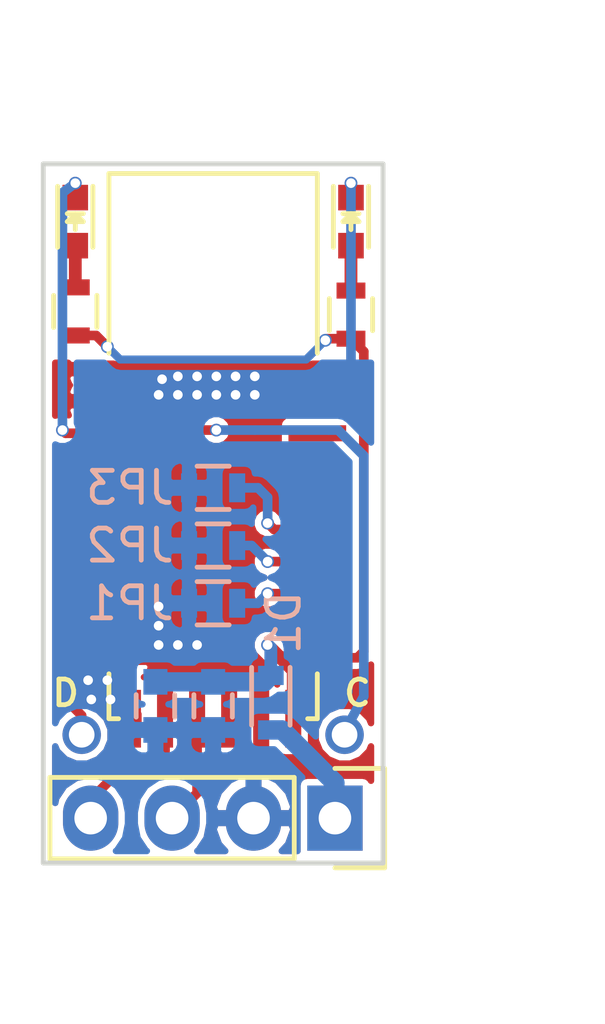
<source format=kicad_pcb>
(kicad_pcb (version 4) (host pcbnew 4.0.4-stable)

  (general
    (links 29)
    (no_connects 0)
    (area 138.125 89.414285 161.35 123.400001)
    (thickness 1.6)
    (drawings 8)
    (tracks 126)
    (zones 0)
    (modules 14)
    (nets 14)
  )

  (page A4)
  (title_block
    (title uart2ble_bridge)
    (date 2016-11-27)
    (rev 1)
    (company idt12312)
  )

  (layers
    (0 F.Cu signal)
    (31 B.Cu signal)
    (32 B.Adhes user)
    (33 F.Adhes user)
    (34 B.Paste user)
    (35 F.Paste user)
    (36 B.SilkS user)
    (37 F.SilkS user)
    (38 B.Mask user)
    (39 F.Mask user)
    (40 Dwgs.User user)
    (41 Cmts.User user)
    (42 Eco1.User user)
    (43 Eco2.User user)
    (44 Edge.Cuts user)
    (45 Margin user)
    (46 B.CrtYd user)
    (47 F.CrtYd user)
    (48 B.Fab user)
    (49 F.Fab user)
  )

  (setup
    (last_trace_width 0.25)
    (user_trace_width 0.2)
    (user_trace_width 0.3)
    (user_trace_width 0.4)
    (user_trace_width 0.6)
    (user_trace_width 0.8)
    (user_trace_width 1)
    (trace_clearance 0.2)
    (zone_clearance 0.2)
    (zone_45_only yes)
    (trace_min 0.2)
    (segment_width 0.2)
    (edge_width 0.15)
    (via_size 0.6)
    (via_drill 0.4)
    (via_min_size 0.4)
    (via_min_drill 0.3)
    (user_via 0.4 0.3)
    (user_via 0.6 0.4)
    (user_via 1 0.6)
    (uvia_size 0.3)
    (uvia_drill 0.1)
    (uvias_allowed no)
    (uvia_min_size 0.2)
    (uvia_min_drill 0.1)
    (pcb_text_width 0.3)
    (pcb_text_size 1.5 1.5)
    (mod_edge_width 0.15)
    (mod_text_size 1 1)
    (mod_text_width 0.15)
    (pad_size 1.524 1.524)
    (pad_drill 0.762)
    (pad_to_mask_clearance 0.2)
    (aux_axis_origin 0 0)
    (visible_elements FFFEFF7F)
    (pcbplotparams
      (layerselection 0x00030_80000001)
      (usegerberextensions false)
      (excludeedgelayer true)
      (linewidth 0.100000)
      (plotframeref false)
      (viasonmask false)
      (mode 1)
      (useauxorigin false)
      (hpglpennumber 1)
      (hpglpenspeed 20)
      (hpglpendiameter 15)
      (hpglpenoverlay 2)
      (psnegative false)
      (psa4output false)
      (plotreference true)
      (plotvalue true)
      (plotinvisibletext false)
      (padsonsilk false)
      (subtractmaskfromsilk false)
      (outputformat 1)
      (mirror false)
      (drillshape 1)
      (scaleselection 1)
      (outputdirectory ""))
  )

  (net 0 "")
  (net 1 +3V3)
  (net 2 GND)
  (net 3 "Net-(D1-Pad2)")
  (net 4 "Net-(D2-Pad2)")
  (net 5 "Net-(D2-Pad1)")
  (net 6 "Net-(D3-Pad2)")
  (net 7 /RX)
  (net 8 /TX)
  (net 9 "Net-(P2-Pad1)")
  (net 10 "Net-(P3-Pad1)")
  (net 11 "Net-(JP1-Pad2)")
  (net 12 "Net-(JP2-Pad2)")
  (net 13 "Net-(JP3-Pad2)")

  (net_class Default "これは標準のネット クラスです。"
    (clearance 0.2)
    (trace_width 0.25)
    (via_dia 0.6)
    (via_drill 0.4)
    (uvia_dia 0.3)
    (uvia_drill 0.1)
    (add_net +3V3)
    (add_net /RX)
    (add_net /TX)
    (add_net GND)
    (add_net "Net-(D1-Pad2)")
    (add_net "Net-(D2-Pad1)")
    (add_net "Net-(D2-Pad2)")
    (add_net "Net-(D3-Pad2)")
    (add_net "Net-(JP1-Pad2)")
    (add_net "Net-(JP2-Pad2)")
    (add_net "Net-(JP3-Pad2)")
    (add_net "Net-(P2-Pad1)")
    (add_net "Net-(P3-Pad1)")
  )

  (module Capacitors_SMD:C_0603 placed (layer B.Cu) (tedit 583A54F8) (tstamp 583A4325)
    (at 145.3 111.5 270)
    (descr "Capacitor SMD 0603, reflow soldering, AVX (see smccp.pdf)")
    (tags "capacitor 0603")
    (path /5839CAAC)
    (attr smd)
    (fp_text reference C1 (at 0 1.9 270) (layer B.SilkS) hide
      (effects (font (size 1 1) (thickness 0.15)) (justify mirror))
    )
    (fp_text value 10u (at 0 -1.9 270) (layer B.Fab)
      (effects (font (size 1 1) (thickness 0.15)) (justify mirror))
    )
    (fp_line (start -0.8 -0.4) (end -0.8 0.4) (layer B.Fab) (width 0.15))
    (fp_line (start 0.8 -0.4) (end -0.8 -0.4) (layer B.Fab) (width 0.15))
    (fp_line (start 0.8 0.4) (end 0.8 -0.4) (layer B.Fab) (width 0.15))
    (fp_line (start -0.8 0.4) (end 0.8 0.4) (layer B.Fab) (width 0.15))
    (fp_line (start -1.45 0.75) (end 1.45 0.75) (layer B.CrtYd) (width 0.05))
    (fp_line (start -1.45 -0.75) (end 1.45 -0.75) (layer B.CrtYd) (width 0.05))
    (fp_line (start -1.45 0.75) (end -1.45 -0.75) (layer B.CrtYd) (width 0.05))
    (fp_line (start 1.45 0.75) (end 1.45 -0.75) (layer B.CrtYd) (width 0.05))
    (fp_line (start -0.35 0.6) (end 0.35 0.6) (layer B.SilkS) (width 0.15))
    (fp_line (start 0.35 -0.6) (end -0.35 -0.6) (layer B.SilkS) (width 0.15))
    (pad 1 smd rect (at -0.75 0 270) (size 0.8 0.75) (layers B.Cu B.Paste B.Mask)
      (net 1 +3V3))
    (pad 2 smd rect (at 0.75 0 270) (size 0.8 0.75) (layers B.Cu B.Paste B.Mask)
      (net 2 GND))
    (model Capacitors_SMD.3dshapes/C_0603.wrl
      (at (xyz 0 0 0))
      (scale (xyz 1 1 1))
      (rotate (xyz 0 0 0))
    )
  )

  (module Capacitors_SMD:C_0603 placed (layer B.Cu) (tedit 583A54FE) (tstamp 583A432B)
    (at 143.5 111.5 270)
    (descr "Capacitor SMD 0603, reflow soldering, AVX (see smccp.pdf)")
    (tags "capacitor 0603")
    (path /5839CB30)
    (attr smd)
    (fp_text reference C2 (at -1.7 1.8 360) (layer B.SilkS) hide
      (effects (font (size 1 1) (thickness 0.15)) (justify mirror))
    )
    (fp_text value 0.1u (at 0 -1.9 270) (layer B.Fab)
      (effects (font (size 1 1) (thickness 0.15)) (justify mirror))
    )
    (fp_line (start -0.8 -0.4) (end -0.8 0.4) (layer B.Fab) (width 0.15))
    (fp_line (start 0.8 -0.4) (end -0.8 -0.4) (layer B.Fab) (width 0.15))
    (fp_line (start 0.8 0.4) (end 0.8 -0.4) (layer B.Fab) (width 0.15))
    (fp_line (start -0.8 0.4) (end 0.8 0.4) (layer B.Fab) (width 0.15))
    (fp_line (start -1.45 0.75) (end 1.45 0.75) (layer B.CrtYd) (width 0.05))
    (fp_line (start -1.45 -0.75) (end 1.45 -0.75) (layer B.CrtYd) (width 0.05))
    (fp_line (start -1.45 0.75) (end -1.45 -0.75) (layer B.CrtYd) (width 0.05))
    (fp_line (start 1.45 0.75) (end 1.45 -0.75) (layer B.CrtYd) (width 0.05))
    (fp_line (start -0.35 0.6) (end 0.35 0.6) (layer B.SilkS) (width 0.15))
    (fp_line (start 0.35 -0.6) (end -0.35 -0.6) (layer B.SilkS) (width 0.15))
    (pad 1 smd rect (at -0.75 0 270) (size 0.8 0.75) (layers B.Cu B.Paste B.Mask)
      (net 1 +3V3))
    (pad 2 smd rect (at 0.75 0 270) (size 0.8 0.75) (layers B.Cu B.Paste B.Mask)
      (net 2 GND))
    (model Capacitors_SMD.3dshapes/C_0603.wrl
      (at (xyz 0 0 0))
      (scale (xyz 1 1 1))
      (rotate (xyz 0 0 0))
    )
  )

  (module Diodes_SMD:D_0603 placed (layer B.Cu) (tedit 583A54BE) (tstamp 583A4331)
    (at 147.1 111.4 270)
    (descr "Diode SMD in 0603 package")
    (tags "smd diode")
    (path /5839C4E6)
    (attr smd)
    (fp_text reference D1 (at -2.5 -0.4 270) (layer B.SilkS)
      (effects (font (size 1 1) (thickness 0.15)) (justify mirror))
    )
    (fp_text value RB520S (at 0 1.5 270) (layer B.Fab)
      (effects (font (size 1 1) (thickness 0.15)) (justify mirror))
    )
    (fp_line (start 1.5 -0.8) (end 1.5 0.8) (layer B.CrtYd) (width 0.05))
    (fp_line (start -1.5 -0.8) (end 1.5 -0.8) (layer B.CrtYd) (width 0.05))
    (fp_line (start -1.5 0.8) (end -1.5 -0.8) (layer B.CrtYd) (width 0.05))
    (fp_line (start 1.5 0.8) (end -1.5 0.8) (layer B.CrtYd) (width 0.05))
    (fp_line (start 0.2 0) (end 0.4 0) (layer B.Fab) (width 0.15))
    (fp_line (start -0.1 0) (end -0.3 0) (layer B.Fab) (width 0.15))
    (fp_line (start -0.1 0.2) (end -0.1 -0.2) (layer B.Fab) (width 0.15))
    (fp_line (start 0.2 -0.2) (end 0.2 0.2) (layer B.Fab) (width 0.15))
    (fp_line (start -0.1 0) (end 0.2 -0.2) (layer B.Fab) (width 0.15))
    (fp_line (start 0.2 0.2) (end -0.1 0) (layer B.Fab) (width 0.15))
    (fp_line (start -0.8 -0.5) (end -0.8 0.5) (layer B.Fab) (width 0.15))
    (fp_line (start 0.8 -0.5) (end -0.8 -0.5) (layer B.Fab) (width 0.15))
    (fp_line (start 0.8 0.5) (end 0.8 -0.5) (layer B.Fab) (width 0.15))
    (fp_line (start -0.8 0.5) (end 0.8 0.5) (layer B.Fab) (width 0.15))
    (fp_line (start -1.1 -0.6) (end 0.7 -0.6) (layer B.SilkS) (width 0.15))
    (fp_line (start -1.1 0.6) (end 0.7 0.6) (layer B.SilkS) (width 0.15))
    (pad 1 smd rect (at -0.85 0 270) (size 0.6 0.8) (layers B.Cu B.Paste B.Mask)
      (net 1 +3V3))
    (pad 2 smd rect (at 0.85 0 270) (size 0.6 0.8) (layers B.Cu B.Paste B.Mask)
      (net 3 "Net-(D1-Pad2)"))
  )

  (module LEDs:LED_0603 placed (layer F.Cu) (tedit 583A541E) (tstamp 583A4337)
    (at 141 96.4 270)
    (descr "LED 0603 smd package")
    (tags "LED led 0603 SMD smd SMT smt smdled SMDLED smtled SMTLED")
    (path /5839C0F6)
    (attr smd)
    (fp_text reference D2 (at 0 -1.5 270) (layer F.SilkS) hide
      (effects (font (size 1 1) (thickness 0.15)))
    )
    (fp_text value RED/OSHR1608 (at 0 1.5 270) (layer F.Fab)
      (effects (font (size 1 1) (thickness 0.15)))
    )
    (fp_line (start -0.3 -0.2) (end -0.3 0.2) (layer F.Fab) (width 0.15))
    (fp_line (start -0.2 0) (end 0.1 -0.2) (layer F.Fab) (width 0.15))
    (fp_line (start 0.1 0.2) (end -0.2 0) (layer F.Fab) (width 0.15))
    (fp_line (start 0.1 -0.2) (end 0.1 0.2) (layer F.Fab) (width 0.15))
    (fp_line (start 0.8 0.4) (end -0.8 0.4) (layer F.Fab) (width 0.15))
    (fp_line (start 0.8 -0.4) (end 0.8 0.4) (layer F.Fab) (width 0.15))
    (fp_line (start -0.8 -0.4) (end 0.8 -0.4) (layer F.Fab) (width 0.15))
    (fp_line (start -0.8 0.4) (end -0.8 -0.4) (layer F.Fab) (width 0.15))
    (fp_line (start -1.1 0.55) (end 0.8 0.55) (layer F.SilkS) (width 0.15))
    (fp_line (start -1.1 -0.55) (end 0.8 -0.55) (layer F.SilkS) (width 0.15))
    (fp_line (start -0.2 0) (end 0.25 0) (layer F.SilkS) (width 0.15))
    (fp_line (start -0.25 -0.25) (end -0.25 0.25) (layer F.SilkS) (width 0.15))
    (fp_line (start -0.25 0) (end 0 -0.25) (layer F.SilkS) (width 0.15))
    (fp_line (start 0 -0.25) (end 0 0.25) (layer F.SilkS) (width 0.15))
    (fp_line (start 0 0.25) (end -0.25 0) (layer F.SilkS) (width 0.15))
    (fp_line (start 1.4 -0.75) (end 1.4 0.75) (layer F.CrtYd) (width 0.05))
    (fp_line (start 1.4 0.75) (end -1.4 0.75) (layer F.CrtYd) (width 0.05))
    (fp_line (start -1.4 0.75) (end -1.4 -0.75) (layer F.CrtYd) (width 0.05))
    (fp_line (start -1.4 -0.75) (end 1.4 -0.75) (layer F.CrtYd) (width 0.05))
    (pad 2 smd rect (at 0.7493 0 90) (size 0.79756 0.79756) (layers F.Cu F.Paste F.Mask)
      (net 4 "Net-(D2-Pad2)"))
    (pad 1 smd rect (at -0.7493 0 90) (size 0.79756 0.79756) (layers F.Cu F.Paste F.Mask)
      (net 5 "Net-(D2-Pad1)"))
    (model LEDs.3dshapes/LED_0603.wrl
      (at (xyz 0 0 0))
      (scale (xyz 1 1 1))
      (rotate (xyz 0 0 180))
    )
  )

  (module LEDs:LED_0603 placed (layer F.Cu) (tedit 583A544A) (tstamp 583A433D)
    (at 149.6 96.4 270)
    (descr "LED 0603 smd package")
    (tags "LED led 0603 SMD smd SMT smt smdled SMDLED smtled SMTLED")
    (path /5839C2DF)
    (attr smd)
    (fp_text reference D3 (at 0 -1.5 270) (layer F.SilkS) hide
      (effects (font (size 1 1) (thickness 0.15)))
    )
    (fp_text value GREEN/OSYG1608 (at 0 1.5 270) (layer F.Fab)
      (effects (font (size 1 1) (thickness 0.15)))
    )
    (fp_line (start -0.3 -0.2) (end -0.3 0.2) (layer F.Fab) (width 0.15))
    (fp_line (start -0.2 0) (end 0.1 -0.2) (layer F.Fab) (width 0.15))
    (fp_line (start 0.1 0.2) (end -0.2 0) (layer F.Fab) (width 0.15))
    (fp_line (start 0.1 -0.2) (end 0.1 0.2) (layer F.Fab) (width 0.15))
    (fp_line (start 0.8 0.4) (end -0.8 0.4) (layer F.Fab) (width 0.15))
    (fp_line (start 0.8 -0.4) (end 0.8 0.4) (layer F.Fab) (width 0.15))
    (fp_line (start -0.8 -0.4) (end 0.8 -0.4) (layer F.Fab) (width 0.15))
    (fp_line (start -0.8 0.4) (end -0.8 -0.4) (layer F.Fab) (width 0.15))
    (fp_line (start -1.1 0.55) (end 0.8 0.55) (layer F.SilkS) (width 0.15))
    (fp_line (start -1.1 -0.55) (end 0.8 -0.55) (layer F.SilkS) (width 0.15))
    (fp_line (start -0.2 0) (end 0.25 0) (layer F.SilkS) (width 0.15))
    (fp_line (start -0.25 -0.25) (end -0.25 0.25) (layer F.SilkS) (width 0.15))
    (fp_line (start -0.25 0) (end 0 -0.25) (layer F.SilkS) (width 0.15))
    (fp_line (start 0 -0.25) (end 0 0.25) (layer F.SilkS) (width 0.15))
    (fp_line (start 0 0.25) (end -0.25 0) (layer F.SilkS) (width 0.15))
    (fp_line (start 1.4 -0.75) (end 1.4 0.75) (layer F.CrtYd) (width 0.05))
    (fp_line (start 1.4 0.75) (end -1.4 0.75) (layer F.CrtYd) (width 0.05))
    (fp_line (start -1.4 0.75) (end -1.4 -0.75) (layer F.CrtYd) (width 0.05))
    (fp_line (start -1.4 -0.75) (end 1.4 -0.75) (layer F.CrtYd) (width 0.05))
    (pad 2 smd rect (at 0.7493 0 90) (size 0.79756 0.79756) (layers F.Cu F.Paste F.Mask)
      (net 6 "Net-(D3-Pad2)"))
    (pad 1 smd rect (at -0.7493 0 90) (size 0.79756 0.79756) (layers F.Cu F.Paste F.Mask)
      (net 2 GND))
    (model LEDs.3dshapes/LED_0603.wrl
      (at (xyz 0 0 0))
      (scale (xyz 1 1 1))
      (rotate (xyz 0 0 180))
    )
  )

  (module Pin_Headers:Pin_Header_Straight_1x04 placed (layer F.Cu) (tedit 583A5474) (tstamp 583A4345)
    (at 149.1 115 270)
    (descr "Through hole pin header")
    (tags "pin header")
    (path /5839B0F5)
    (fp_text reference P1 (at 0 -5.1 270) (layer F.SilkS) hide
      (effects (font (size 1 1) (thickness 0.15)))
    )
    (fp_text value CONN_01X04 (at 0 -3.1 270) (layer F.Fab)
      (effects (font (size 1 1) (thickness 0.15)))
    )
    (fp_line (start -1.75 -1.75) (end -1.75 9.4) (layer F.CrtYd) (width 0.05))
    (fp_line (start 1.75 -1.75) (end 1.75 9.4) (layer F.CrtYd) (width 0.05))
    (fp_line (start -1.75 -1.75) (end 1.75 -1.75) (layer F.CrtYd) (width 0.05))
    (fp_line (start -1.75 9.4) (end 1.75 9.4) (layer F.CrtYd) (width 0.05))
    (fp_line (start -1.27 1.27) (end -1.27 8.89) (layer F.SilkS) (width 0.15))
    (fp_line (start 1.27 1.27) (end 1.27 8.89) (layer F.SilkS) (width 0.15))
    (fp_line (start 1.55 -1.55) (end 1.55 0) (layer F.SilkS) (width 0.15))
    (fp_line (start -1.27 8.89) (end 1.27 8.89) (layer F.SilkS) (width 0.15))
    (fp_line (start 1.27 1.27) (end -1.27 1.27) (layer F.SilkS) (width 0.15))
    (fp_line (start -1.55 0) (end -1.55 -1.55) (layer F.SilkS) (width 0.15))
    (fp_line (start -1.55 -1.55) (end 1.55 -1.55) (layer F.SilkS) (width 0.15))
    (pad 1 thru_hole rect (at 0 0 270) (size 2.032 1.7272) (drill 1.016) (layers *.Cu *.Mask)
      (net 3 "Net-(D1-Pad2)"))
    (pad 2 thru_hole oval (at 0 2.54 270) (size 2.032 1.7272) (drill 1.016) (layers *.Cu *.Mask)
      (net 2 GND))
    (pad 3 thru_hole oval (at 0 5.08 270) (size 2.032 1.7272) (drill 1.016) (layers *.Cu *.Mask)
      (net 7 /RX))
    (pad 4 thru_hole oval (at 0 7.62 270) (size 2.032 1.7272) (drill 1.016) (layers *.Cu *.Mask)
      (net 8 /TX))
    (model Pin_Headers.3dshapes/Pin_Header_Straight_1x04.wrl
      (at (xyz 0 -0.15 0))
      (scale (xyz 1 1 1))
      (rotate (xyz 0 0 90))
    )
  )

  (module Resistors_SMD:R_0603 placed (layer F.Cu) (tedit 583A5426) (tstamp 583A435F)
    (at 141 99.2 90)
    (descr "Resistor SMD 0603, reflow soldering, Vishay (see dcrcw.pdf)")
    (tags "resistor 0603")
    (path /5839C051)
    (attr smd)
    (fp_text reference R1 (at 0 -1.9 90) (layer F.SilkS) hide
      (effects (font (size 1 1) (thickness 0.15)))
    )
    (fp_text value 330 (at 0 1.9 90) (layer F.Fab)
      (effects (font (size 1 1) (thickness 0.15)))
    )
    (fp_line (start -0.8 0.4) (end -0.8 -0.4) (layer F.Fab) (width 0.1))
    (fp_line (start 0.8 0.4) (end -0.8 0.4) (layer F.Fab) (width 0.1))
    (fp_line (start 0.8 -0.4) (end 0.8 0.4) (layer F.Fab) (width 0.1))
    (fp_line (start -0.8 -0.4) (end 0.8 -0.4) (layer F.Fab) (width 0.1))
    (fp_line (start -1.3 -0.8) (end 1.3 -0.8) (layer F.CrtYd) (width 0.05))
    (fp_line (start -1.3 0.8) (end 1.3 0.8) (layer F.CrtYd) (width 0.05))
    (fp_line (start -1.3 -0.8) (end -1.3 0.8) (layer F.CrtYd) (width 0.05))
    (fp_line (start 1.3 -0.8) (end 1.3 0.8) (layer F.CrtYd) (width 0.05))
    (fp_line (start 0.5 0.675) (end -0.5 0.675) (layer F.SilkS) (width 0.15))
    (fp_line (start -0.5 -0.675) (end 0.5 -0.675) (layer F.SilkS) (width 0.15))
    (pad 1 smd rect (at -0.75 0 90) (size 0.5 0.9) (layers F.Cu F.Paste F.Mask)
      (net 1 +3V3))
    (pad 2 smd rect (at 0.75 0 90) (size 0.5 0.9) (layers F.Cu F.Paste F.Mask)
      (net 4 "Net-(D2-Pad2)"))
    (model Resistors_SMD.3dshapes/R_0603.wrl
      (at (xyz 0 0 0))
      (scale (xyz 1 1 1))
      (rotate (xyz 0 0 0))
    )
  )

  (module Resistors_SMD:R_0603 placed (layer F.Cu) (tedit 583A543E) (tstamp 583A4365)
    (at 149.6 99.3 90)
    (descr "Resistor SMD 0603, reflow soldering, Vishay (see dcrcw.pdf)")
    (tags "resistor 0603")
    (path /5839C2D9)
    (attr smd)
    (fp_text reference R2 (at 0 -1.9 90) (layer F.SilkS) hide
      (effects (font (size 1 1) (thickness 0.15)))
    )
    (fp_text value 220 (at 0 1.9 90) (layer F.Fab)
      (effects (font (size 1 1) (thickness 0.15)))
    )
    (fp_line (start -0.8 0.4) (end -0.8 -0.4) (layer F.Fab) (width 0.1))
    (fp_line (start 0.8 0.4) (end -0.8 0.4) (layer F.Fab) (width 0.1))
    (fp_line (start 0.8 -0.4) (end 0.8 0.4) (layer F.Fab) (width 0.1))
    (fp_line (start -0.8 -0.4) (end 0.8 -0.4) (layer F.Fab) (width 0.1))
    (fp_line (start -1.3 -0.8) (end 1.3 -0.8) (layer F.CrtYd) (width 0.05))
    (fp_line (start -1.3 0.8) (end 1.3 0.8) (layer F.CrtYd) (width 0.05))
    (fp_line (start -1.3 -0.8) (end -1.3 0.8) (layer F.CrtYd) (width 0.05))
    (fp_line (start 1.3 -0.8) (end 1.3 0.8) (layer F.CrtYd) (width 0.05))
    (fp_line (start 0.5 0.675) (end -0.5 0.675) (layer F.SilkS) (width 0.15))
    (fp_line (start -0.5 -0.675) (end 0.5 -0.675) (layer F.SilkS) (width 0.15))
    (pad 1 smd rect (at -0.75 0 90) (size 0.5 0.9) (layers F.Cu F.Paste F.Mask)
      (net 1 +3V3))
    (pad 2 smd rect (at 0.75 0 90) (size 0.5 0.9) (layers F.Cu F.Paste F.Mask)
      (net 6 "Net-(D3-Pad2)"))
    (model Resistors_SMD.3dshapes/R_0603.wrl
      (at (xyz 0 0 0))
      (scale (xyz 1 1 1))
      (rotate (xyz 0 0 0))
    )
  )

  (module Resistors_SMD:R_0603 placed (layer B.Cu) (tedit 583A5497) (tstamp 583A436B)
    (at 145.3 106.5)
    (descr "Resistor SMD 0603, reflow soldering, Vishay (see dcrcw.pdf)")
    (tags "resistor 0603")
    (path /583A4CE1)
    (attr smd)
    (fp_text reference JP2 (at -2.6 0) (layer B.SilkS)
      (effects (font (size 1 1) (thickness 0.15)) (justify mirror))
    )
    (fp_text value 0 (at 0 -1.9) (layer B.Fab)
      (effects (font (size 1 1) (thickness 0.15)) (justify mirror))
    )
    (fp_line (start -0.8 -0.4) (end -0.8 0.4) (layer B.Fab) (width 0.1))
    (fp_line (start 0.8 -0.4) (end -0.8 -0.4) (layer B.Fab) (width 0.1))
    (fp_line (start 0.8 0.4) (end 0.8 -0.4) (layer B.Fab) (width 0.1))
    (fp_line (start -0.8 0.4) (end 0.8 0.4) (layer B.Fab) (width 0.1))
    (fp_line (start -1.3 0.8) (end 1.3 0.8) (layer B.CrtYd) (width 0.05))
    (fp_line (start -1.3 -0.8) (end 1.3 -0.8) (layer B.CrtYd) (width 0.05))
    (fp_line (start -1.3 0.8) (end -1.3 -0.8) (layer B.CrtYd) (width 0.05))
    (fp_line (start 1.3 0.8) (end 1.3 -0.8) (layer B.CrtYd) (width 0.05))
    (fp_line (start 0.5 -0.675) (end -0.5 -0.675) (layer B.SilkS) (width 0.15))
    (fp_line (start -0.5 0.675) (end 0.5 0.675) (layer B.SilkS) (width 0.15))
    (pad 1 smd rect (at -0.75 0) (size 0.5 0.9) (layers B.Cu B.Paste B.Mask)
      (net 2 GND))
    (pad 2 smd rect (at 0.75 0) (size 0.5 0.9) (layers B.Cu B.Paste B.Mask)
      (net 12 "Net-(JP2-Pad2)"))
    (model Resistors_SMD.3dshapes/R_0603.wrl
      (at (xyz 0 0 0))
      (scale (xyz 1 1 1))
      (rotate (xyz 0 0 0))
    )
  )

  (module Resistors_SMD:R_0603 placed (layer B.Cu) (tedit 583A5491) (tstamp 583A4371)
    (at 145.3 104.7)
    (descr "Resistor SMD 0603, reflow soldering, Vishay (see dcrcw.pdf)")
    (tags "resistor 0603")
    (path /583A4D31)
    (attr smd)
    (fp_text reference JP3 (at -2.6 0) (layer B.SilkS)
      (effects (font (size 1 1) (thickness 0.15)) (justify mirror))
    )
    (fp_text value 0 (at 0 -1.9) (layer B.Fab)
      (effects (font (size 1 1) (thickness 0.15)) (justify mirror))
    )
    (fp_line (start -0.8 -0.4) (end -0.8 0.4) (layer B.Fab) (width 0.1))
    (fp_line (start 0.8 -0.4) (end -0.8 -0.4) (layer B.Fab) (width 0.1))
    (fp_line (start 0.8 0.4) (end 0.8 -0.4) (layer B.Fab) (width 0.1))
    (fp_line (start -0.8 0.4) (end 0.8 0.4) (layer B.Fab) (width 0.1))
    (fp_line (start -1.3 0.8) (end 1.3 0.8) (layer B.CrtYd) (width 0.05))
    (fp_line (start -1.3 -0.8) (end 1.3 -0.8) (layer B.CrtYd) (width 0.05))
    (fp_line (start -1.3 0.8) (end -1.3 -0.8) (layer B.CrtYd) (width 0.05))
    (fp_line (start 1.3 0.8) (end 1.3 -0.8) (layer B.CrtYd) (width 0.05))
    (fp_line (start 0.5 -0.675) (end -0.5 -0.675) (layer B.SilkS) (width 0.15))
    (fp_line (start -0.5 0.675) (end 0.5 0.675) (layer B.SilkS) (width 0.15))
    (pad 1 smd rect (at -0.75 0) (size 0.5 0.9) (layers B.Cu B.Paste B.Mask)
      (net 2 GND))
    (pad 2 smd rect (at 0.75 0) (size 0.5 0.9) (layers B.Cu B.Paste B.Mask)
      (net 13 "Net-(JP3-Pad2)"))
    (model Resistors_SMD.3dshapes/R_0603.wrl
      (at (xyz 0 0 0))
      (scale (xyz 1 1 1))
      (rotate (xyz 0 0 0))
    )
  )

  (module Resistors_SMD:R_0603 placed (layer B.Cu) (tedit 583A54A0) (tstamp 583A4377)
    (at 145.3 108.3)
    (descr "Resistor SMD 0603, reflow soldering, Vishay (see dcrcw.pdf)")
    (tags "resistor 0603")
    (path /583A4D7B)
    (attr smd)
    (fp_text reference JP1 (at -2.6 0) (layer B.SilkS)
      (effects (font (size 1 1) (thickness 0.15)) (justify mirror))
    )
    (fp_text value 0 (at 0 -1.9) (layer B.Fab)
      (effects (font (size 1 1) (thickness 0.15)) (justify mirror))
    )
    (fp_line (start -0.8 -0.4) (end -0.8 0.4) (layer B.Fab) (width 0.1))
    (fp_line (start 0.8 -0.4) (end -0.8 -0.4) (layer B.Fab) (width 0.1))
    (fp_line (start 0.8 0.4) (end 0.8 -0.4) (layer B.Fab) (width 0.1))
    (fp_line (start -0.8 0.4) (end 0.8 0.4) (layer B.Fab) (width 0.1))
    (fp_line (start -1.3 0.8) (end 1.3 0.8) (layer B.CrtYd) (width 0.05))
    (fp_line (start -1.3 -0.8) (end 1.3 -0.8) (layer B.CrtYd) (width 0.05))
    (fp_line (start -1.3 0.8) (end -1.3 -0.8) (layer B.CrtYd) (width 0.05))
    (fp_line (start 1.3 0.8) (end 1.3 -0.8) (layer B.CrtYd) (width 0.05))
    (fp_line (start 0.5 -0.675) (end -0.5 -0.675) (layer B.SilkS) (width 0.15))
    (fp_line (start -0.5 0.675) (end 0.5 0.675) (layer B.SilkS) (width 0.15))
    (pad 1 smd rect (at -0.75 0) (size 0.5 0.9) (layers B.Cu B.Paste B.Mask)
      (net 2 GND))
    (pad 2 smd rect (at 0.75 0) (size 0.5 0.9) (layers B.Cu B.Paste B.Mask)
      (net 11 "Net-(JP1-Pad2)"))
    (model Resistors_SMD.3dshapes/R_0603.wrl
      (at (xyz 0 0 0))
      (scale (xyz 1 1 1))
      (rotate (xyz 0 0 0))
    )
  )

  (module uart2ble_bridge:BVMCN5103-BK placed (layer F.Cu) (tedit 583A5430) (tstamp 583A4395)
    (at 145.3 110)
    (path /5839B0C8)
    (fp_text reference U1 (at -4.5 -12.25 90) (layer F.SilkS) hide
      (effects (font (size 1 1) (thickness 0.15)))
    )
    (fp_text value BVMCN5103-BK (at 0 -6.25 90) (layer F.Fab)
      (effects (font (size 1 1) (thickness 0.15)))
    )
    (fp_line (start 3.25 -15.1) (end -3.25 -15.1) (layer F.SilkS) (width 0.15))
    (fp_line (start 3.25 -9.5) (end 3.25 -15.1) (layer F.SilkS) (width 0.15))
    (fp_line (start -3.25 -9.5) (end -3.25 -15.1) (layer F.SilkS) (width 0.15))
    (fp_line (start 3.25 1.9) (end 2.95 1.9) (layer F.SilkS) (width 0.15))
    (fp_line (start -3.25 1.9) (end -2.95 1.9) (layer F.SilkS) (width 0.15))
    (fp_line (start 3.25 0.5) (end 3.25 1.9) (layer F.SilkS) (width 0.15))
    (fp_line (start -3.25 0.5) (end -3.25 1.9) (layer F.SilkS) (width 0.15))
    (pad 17 smd rect (at 3.25 0) (size 1.8 0.5) (layers F.Cu F.Paste F.Mask)
      (net 1 +3V3))
    (pad 18 smd rect (at 3.25 -1) (size 1.8 0.5) (layers F.Cu F.Paste F.Mask))
    (pad 19 smd rect (at 3.25 -2) (size 1.8 0.5) (layers F.Cu F.Paste F.Mask)
      (net 11 "Net-(JP1-Pad2)"))
    (pad 20 smd rect (at 3.25 -3) (size 1.8 0.5) (layers F.Cu F.Paste F.Mask)
      (net 12 "Net-(JP2-Pad2)"))
    (pad 21 smd rect (at 3.25 -4) (size 1.8 0.5) (layers F.Cu F.Paste F.Mask)
      (net 13 "Net-(JP3-Pad2)"))
    (pad 22 smd rect (at 3.25 -5) (size 1.8 0.5) (layers F.Cu F.Paste F.Mask))
    (pad 23 smd rect (at 3.25 -6) (size 1.8 0.5) (layers F.Cu F.Paste F.Mask))
    (pad 24 smd rect (at 3.25 -7) (size 1.8 0.5) (layers F.Cu F.Paste F.Mask))
    (pad 25 smd rect (at 3.25 -8) (size 1.8 0.5) (layers F.Cu F.Paste F.Mask))
    (pad 26 smd rect (at 3.25 -9) (size 1.8 0.5) (layers F.Cu F.Paste F.Mask)
      (net 2 GND))
    (pad 1 smd rect (at -3.25 -9) (size 1.8 0.5) (layers F.Cu F.Paste F.Mask)
      (net 2 GND))
    (pad 2 smd rect (at -3.25 -8) (size 1.8 0.5) (layers F.Cu F.Paste F.Mask)
      (net 2 GND))
    (pad 3 smd rect (at -3.25 -7) (size 1.8 0.5) (layers F.Cu F.Paste F.Mask)
      (net 5 "Net-(D2-Pad1)"))
    (pad 4 smd rect (at -3.25 -6) (size 1.8 0.5) (layers F.Cu F.Paste F.Mask)
      (net 9 "Net-(P2-Pad1)"))
    (pad 5 smd rect (at -3.25 -5) (size 1.8 0.5) (layers F.Cu F.Paste F.Mask)
      (net 10 "Net-(P3-Pad1)"))
    (pad 6 smd rect (at -3.25 -4) (size 1.8 0.5) (layers F.Cu F.Paste F.Mask))
    (pad 7 smd rect (at -3.25 -3) (size 1.8 0.5) (layers F.Cu F.Paste F.Mask))
    (pad 8 smd rect (at -3.25 -2) (size 1.8 0.5) (layers F.Cu F.Paste F.Mask))
    (pad 9 smd rect (at -3.25 -1) (size 1.8 0.5) (layers F.Cu F.Paste F.Mask)
      (net 2 GND))
    (pad 10 smd rect (at -3.25 0) (size 1.8 0.5) (layers F.Cu F.Paste F.Mask)
      (net 2 GND))
    (pad 11 smd rect (at -2.5 1.9 90) (size 1.8 0.5) (layers F.Cu F.Paste F.Mask)
      (net 2 GND))
    (pad 12 smd rect (at -1.5 1.9 90) (size 1.8 0.5) (layers F.Cu F.Paste F.Mask)
      (net 8 /TX))
    (pad 13 smd rect (at -0.5 1.9 90) (size 1.8 0.5) (layers F.Cu F.Paste F.Mask)
      (net 7 /RX))
    (pad 14 smd rect (at 0.5 1.9 90) (size 1.8 0.5) (layers F.Cu F.Paste F.Mask))
    (pad 15 smd rect (at 1.5 1.9 90) (size 1.8 0.5) (layers F.Cu F.Paste F.Mask))
    (pad 16 smd rect (at 2.5 1.9 90) (size 1.8 0.5) (layers F.Cu F.Paste F.Mask)
      (net 1 +3V3))
  )

  (module uart2ble_bridge:test_th_pad (layer F.Cu) (tedit 583A546B) (tstamp 583A4B8D)
    (at 149.4 112.4)
    (path /5839B1B7)
    (fp_text reference P2 (at 0 0.5) (layer F.SilkS) hide
      (effects (font (size 1 1) (thickness 0.15)))
    )
    (fp_text value SWDCLK (at 0 -0.5) (layer F.Fab)
      (effects (font (size 1 1) (thickness 0.15)))
    )
    (pad 1 thru_hole circle (at 0 0) (size 1.2 1.2) (drill 0.8) (layers *.Cu *.Mask)
      (net 9 "Net-(P2-Pad1)"))
  )

  (module uart2ble_bridge:test_th_pad (layer F.Cu) (tedit 583A5462) (tstamp 583A4B91)
    (at 141.2 112.4)
    (path /5839B169)
    (fp_text reference P3 (at 0 0.5) (layer F.SilkS) hide
      (effects (font (size 1 1) (thickness 0.15)))
    )
    (fp_text value SDWIO (at 0 -0.5) (layer F.Fab)
      (effects (font (size 1 1) (thickness 0.15)))
    )
    (pad 1 thru_hole circle (at 0 0) (size 1.2 1.2) (drill 0.8) (layers *.Cu *.Mask)
      (net 10 "Net-(P3-Pad1)"))
  )

  (gr_text C (at 149.8 111.1) (layer F.SilkS)
    (effects (font (size 0.8 0.8) (thickness 0.15)))
  )
  (gr_text D (at 140.7 111.1) (layer F.SilkS)
    (effects (font (size 0.8 0.8) (thickness 0.15)))
  )
  (dimension 21.8 (width 0.3) (layer Eco2.User)
    (gr_text "21.800 mm" (at 154.85 105.5 270) (layer Eco2.User)
      (effects (font (size 1.5 1.5) (thickness 0.3)))
    )
    (feature1 (pts (xy 150.6 116.4) (xy 156.2 116.4)))
    (feature2 (pts (xy 150.6 94.6) (xy 156.2 94.6)))
    (crossbar (pts (xy 153.5 94.6) (xy 153.5 116.4)))
    (arrow1a (pts (xy 153.5 116.4) (xy 152.913579 115.273496)))
    (arrow1b (pts (xy 153.5 116.4) (xy 154.086421 115.273496)))
    (arrow2a (pts (xy 153.5 94.6) (xy 152.913579 95.726504)))
    (arrow2b (pts (xy 153.5 94.6) (xy 154.086421 95.726504)))
  )
  (dimension 10.6 (width 0.3) (layer Eco2.User)
    (gr_text "10.600 mm" (at 145.2 118.7) (layer Eco2.User) (tstamp 583A5BFC)
      (effects (font (size 1.5 1.5) (thickness 0.3)))
    )
    (feature1 (pts (xy 150.6 116.4) (xy 150.6 123.4)))
    (feature2 (pts (xy 140 116.4) (xy 140 123.4)))
    (crossbar (pts (xy 140 120.7) (xy 150.6 120.7)))
    (arrow1a (pts (xy 150.6 120.7) (xy 149.473496 121.286421)))
    (arrow1b (pts (xy 150.6 120.7) (xy 149.473496 120.113579)))
    (arrow2a (pts (xy 140 120.7) (xy 141.126504 121.286421)))
    (arrow2b (pts (xy 140 120.7) (xy 141.126504 120.113579)))
  )
  (gr_line (start 140 94.6) (end 150.6 94.6) (angle 90) (layer Edge.Cuts) (width 0.15))
  (gr_line (start 140 116.4) (end 140 94.6) (angle 90) (layer Edge.Cuts) (width 0.15))
  (gr_line (start 150.6 116.4) (end 150.6 94.6) (angle 90) (layer Edge.Cuts) (width 0.15))
  (gr_line (start 140 116.4) (end 150.6 116.4) (angle 90) (layer Edge.Cuts) (width 0.15))

  (segment (start 142 100.3) (end 142.4 100.7) (width 0.25) (layer B.Cu) (net 1))
  (segment (start 142.4 100.7) (end 148.2 100.7) (width 0.25) (layer B.Cu) (net 1))
  (segment (start 148.2 100.7) (end 148.8 100.1) (width 0.25) (layer B.Cu) (net 1))
  (segment (start 141 99.95) (end 141.65 99.95) (width 0.3) (layer F.Cu) (net 1))
  (segment (start 148.85 100.05) (end 149.6 100.05) (width 0.3) (layer F.Cu) (net 1) (tstamp 583A5BC2))
  (segment (start 148.8 100.1) (end 148.85 100.05) (width 0.3) (layer F.Cu) (net 1) (tstamp 583A5BC1))
  (via (at 148.8 100.1) (size 0.4) (drill 0.3) (layers F.Cu B.Cu) (net 1))
  (via (at 142 100.3) (size 0.4) (drill 0.3) (layers F.Cu B.Cu) (net 1))
  (segment (start 141.65 99.95) (end 142 100.3) (width 0.3) (layer F.Cu) (net 1) (tstamp 583A5BAC))
  (segment (start 148.55 110) (end 149.8 110) (width 0.3) (layer F.Cu) (net 1) (status 10))
  (segment (start 150 100.45) (end 149.6 100.05) (width 0.3) (layer F.Cu) (net 1) (tstamp 583A4F9D))
  (segment (start 150 109.8) (end 150 100.45) (width 0.3) (layer F.Cu) (net 1) (tstamp 583A4F96))
  (segment (start 149.8 110) (end 150 109.8) (width 0.3) (layer F.Cu) (net 1) (tstamp 583A4F8F))
  (segment (start 148.55 110) (end 147.4 110) (width 0.4) (layer F.Cu) (net 1) (status 10))
  (segment (start 147.4 110) (end 147 109.6) (width 0.4) (layer F.Cu) (net 1) (tstamp 583A4E60))
  (segment (start 147.8 111.9) (end 147.8 110.4) (width 0.4) (layer F.Cu) (net 1) (status 10))
  (segment (start 147.1 109.7) (end 147.1 110.55) (width 0.4) (layer B.Cu) (net 1) (tstamp 583A4E4F))
  (segment (start 147 109.6) (end 147.1 109.7) (width 0.4) (layer B.Cu) (net 1) (tstamp 583A4E4E))
  (via (at 147 109.6) (size 0.4) (drill 0.3) (layers F.Cu B.Cu) (net 1))
  (segment (start 147.8 110.4) (end 147 109.6) (width 0.4) (layer F.Cu) (net 1) (tstamp 583A4E41))
  (segment (start 145.3 110.75) (end 146.9 110.75) (width 0.6) (layer B.Cu) (net 1))
  (segment (start 146.9 110.75) (end 147.1 110.55) (width 0.6) (layer B.Cu) (net 1) (tstamp 583A4E24))
  (segment (start 143.5 110.75) (end 145.3 110.75) (width 0.6) (layer B.Cu) (net 1))
  (segment (start 146.882842 101.22501) (end 146.6 101.22501) (width 0.3) (layer B.Cu) (net 2))
  (segment (start 149.6 100.8) (end 149.17499 101.22501) (width 0.3) (layer B.Cu) (net 2))
  (segment (start 146 101.22501) (end 146.6 101.22501) (width 0.3) (layer B.Cu) (net 2))
  (segment (start 143.707398 101.313908) (end 144.111102 101.313908) (width 0.3) (layer B.Cu) (net 2))
  (segment (start 144.111102 101.313908) (end 144.2 101.22501) (width 0.3) (layer B.Cu) (net 2))
  (via (at 146.6 101.22501) (size 0.4) (drill 0.3) (layers F.Cu B.Cu) (net 2))
  (via (at 146 101.22501) (size 0.4) (drill 0.3) (layers F.Cu B.Cu) (net 2))
  (segment (start 149.17499 101.22501) (end 146.882842 101.22501) (width 0.3) (layer B.Cu) (net 2))
  (via (at 145.4 101.22501) (size 0.4) (drill 0.3) (layers F.Cu B.Cu) (net 2))
  (via (at 144.8 101.22501) (size 0.4) (drill 0.3) (layers F.Cu B.Cu) (net 2))
  (segment (start 149.6 95.2) (end 149.6 100.8) (width 0.3) (layer B.Cu) (net 2))
  (segment (start 144.8 101.22501) (end 145.4 101.22501) (width 0.3) (layer B.Cu) (net 2))
  (via (at 144.2 101.22501) (size 0.4) (drill 0.3) (layers F.Cu B.Cu) (net 2))
  (segment (start 144.2 101.22501) (end 144.8 101.22501) (width 0.3) (layer F.Cu) (net 2))
  (segment (start 146.6 101.8) (end 146.6 101.22501) (width 0.3) (layer F.Cu) (net 2))
  (segment (start 145.4 101.22501) (end 146 101.22501) (width 0.3) (layer F.Cu) (net 2))
  (segment (start 143.39349 101) (end 143.507399 101.113909) (width 0.3) (layer F.Cu) (net 2))
  (segment (start 143.507399 101.113909) (end 143.707398 101.313908) (width 0.3) (layer F.Cu) (net 2))
  (segment (start 142.05 101) (end 143.39349 101) (width 0.3) (layer F.Cu) (net 2))
  (via (at 143.707398 101.313908) (size 0.4) (drill 0.3) (layers F.Cu B.Cu) (net 2))
  (segment (start 149.6 95.6507) (end 149.6 95.2) (width 0.3) (layer F.Cu) (net 2))
  (via (at 149.6 95.2) (size 0.4) (drill 0.3) (layers F.Cu B.Cu) (net 2))
  (segment (start 141.5 111.3) (end 142.1 111.3) (width 0.3) (layer B.Cu) (net 2))
  (via (at 142.1 111.3) (size 0.4) (drill 0.3) (layers F.Cu B.Cu) (net 2))
  (segment (start 142.1 110.8) (end 142.1 111.3) (width 0.3) (layer F.Cu) (net 2) (tstamp 583A5071))
  (segment (start 142 110.7) (end 142.1 110.8) (width 0.3) (layer F.Cu) (net 2) (tstamp 583A5070))
  (via (at 142 110.7) (size 0.4) (drill 0.3) (layers F.Cu B.Cu) (net 2))
  (segment (start 141.4 110.7) (end 142 110.7) (width 0.3) (layer B.Cu) (net 2) (tstamp 583A506D))
  (via (at 141.4 110.7) (size 0.4) (drill 0.3) (layers F.Cu B.Cu) (net 2))
  (segment (start 141.4 110.7) (end 142.05 110.05) (width 0.3) (layer F.Cu) (net 2) (tstamp 583A506A) (status 10))
  (via (at 141.5 111.3) (size 0.4) (drill 0.3) (layers F.Cu B.Cu) (net 2))
  (segment (start 149.6 95.6507) (end 149.6 95.5) (width 0.3) (layer F.Cu) (net 2))
  (via (at 143.6 101.8) (size 0.4) (drill 0.3) (layers F.Cu B.Cu) (net 2))
  (via (at 146.6 101.8) (size 0.4) (drill 0.3) (layers F.Cu B.Cu) (net 2))
  (segment (start 146.6 101.8) (end 146 101.8) (width 0.3) (layer B.Cu) (net 2) (tstamp 583A50B7))
  (via (at 146 101.8) (size 0.4) (drill 0.3) (layers F.Cu B.Cu) (net 2))
  (segment (start 146 101.8) (end 145.4 101.8) (width 0.3) (layer F.Cu) (net 2) (tstamp 583A50BA))
  (via (at 145.4 101.8) (size 0.4) (drill 0.3) (layers F.Cu B.Cu) (net 2))
  (segment (start 145.4 101.8) (end 144.8 101.8) (width 0.3) (layer B.Cu) (net 2) (tstamp 583A50BD))
  (via (at 144.8 101.8) (size 0.4) (drill 0.3) (layers F.Cu B.Cu) (net 2))
  (segment (start 144.8 101.8) (end 144.2 101.8) (width 0.3) (layer F.Cu) (net 2) (tstamp 583A50C0))
  (via (at 144.2 101.8) (size 0.4) (drill 0.3) (layers F.Cu B.Cu) (net 2))
  (segment (start 144.2 101.8) (end 143.6 101.8) (width 0.3) (layer B.Cu) (net 2) (tstamp 583A50C3))
  (segment (start 142.8 111.9) (end 142.8 112.1) (width 0.3) (layer F.Cu) (net 2) (status 30))
  (segment (start 142.05 110) (end 142.05 110.05) (width 0.3) (layer F.Cu) (net 2) (status 30))
  (segment (start 142.05 109) (end 143 109) (width 0.3) (layer F.Cu) (net 2) (status 10))
  (via (at 144.8 109.6) (size 0.4) (drill 0.3) (layers F.Cu B.Cu) (net 2))
  (segment (start 144.2 109.6) (end 144.8 109.6) (width 0.3) (layer F.Cu) (net 2) (tstamp 583A5061))
  (via (at 144.2 109.6) (size 0.4) (drill 0.3) (layers F.Cu B.Cu) (net 2))
  (segment (start 143.6 109.6) (end 144.2 109.6) (width 0.3) (layer B.Cu) (net 2) (tstamp 583A505E))
  (via (at 143.6 109.6) (size 0.4) (drill 0.3) (layers F.Cu B.Cu) (net 2))
  (segment (start 143.6 109) (end 143.6 109.6) (width 0.3) (layer F.Cu) (net 2) (tstamp 583A505B))
  (via (at 143.6 109) (size 0.4) (drill 0.3) (layers F.Cu B.Cu) (net 2))
  (segment (start 143.6 108.4) (end 143.6 109) (width 0.3) (layer B.Cu) (net 2) (tstamp 583A5058))
  (via (at 143.6 108.4) (size 0.4) (drill 0.3) (layers F.Cu B.Cu) (net 2))
  (segment (start 143 109) (end 143.6 108.4) (width 0.3) (layer F.Cu) (net 2) (tstamp 583A5050))
  (segment (start 147.1 112.25) (end 147.45 112.25) (width 0.6) (layer B.Cu) (net 3))
  (segment (start 147.45 112.25) (end 149.1 113.9) (width 0.6) (layer B.Cu) (net 3) (tstamp 583A4DDE))
  (segment (start 149.1 113.9) (end 149.1 115) (width 0.6) (layer B.Cu) (net 3) (tstamp 583A4DE4))
  (segment (start 141 97.1493) (end 141 98.45) (width 0.4) (layer F.Cu) (net 4))
  (segment (start 142.05 103) (end 140.7 103) (width 0.3) (layer F.Cu) (net 5) (status 10))
  (segment (start 141 95.2) (end 141 95.6507) (width 0.3) (layer F.Cu) (net 5) (tstamp 583A4F7C))
  (via (at 141 95.2) (size 0.4) (drill 0.3) (layers F.Cu B.Cu) (net 5))
  (segment (start 140.6 95.5) (end 141 95.2) (width 0.3) (layer B.Cu) (net 5) (tstamp 583A4F66))
  (segment (start 140.6 102.9) (end 140.6 95.5) (width 0.3) (layer B.Cu) (net 5) (tstamp 583A4F65))
  (via (at 140.6 102.9) (size 0.4) (drill 0.3) (layers F.Cu B.Cu) (net 5))
  (segment (start 140.7 103) (end 140.6 102.9) (width 0.3) (layer F.Cu) (net 5) (tstamp 583A4F5D))
  (segment (start 149.6 97.1493) (end 149.6 98.55) (width 0.4) (layer F.Cu) (net 6))
  (segment (start 144.8 111.9) (end 144.8 114.22) (width 0.3) (layer F.Cu) (net 7) (status 10))
  (segment (start 144.8 114.22) (end 144.02 115) (width 0.3) (layer F.Cu) (net 7) (tstamp 583A4DBB))
  (segment (start 143.8 111.9) (end 143.8 112.9) (width 0.3) (layer F.Cu) (net 8) (status 10))
  (segment (start 142.4 113.5) (end 141.48 114.42) (width 0.3) (layer F.Cu) (net 8) (tstamp 583A4DB1))
  (segment (start 143.2 113.5) (end 142.4 113.5) (width 0.3) (layer F.Cu) (net 8) (tstamp 583A4DAF))
  (segment (start 143.8 112.9) (end 143.2 113.5) (width 0.3) (layer F.Cu) (net 8) (tstamp 583A4DAA))
  (segment (start 141.48 114.42) (end 141.48 115) (width 0.3) (layer F.Cu) (net 8) (tstamp 583A4DB4))
  (segment (start 146.6 102.9) (end 145.4 102.9) (width 0.3) (layer B.Cu) (net 9))
  (segment (start 143 104) (end 144.1 102.9) (width 0.3) (layer F.Cu) (net 9) (tstamp 583A5336))
  (segment (start 142.05 104) (end 143 104) (width 0.3) (layer F.Cu) (net 9) (status 10))
  (segment (start 150 103.7) (end 150 111.2) (width 0.3) (layer B.Cu) (net 9) (tstamp 583A535C))
  (segment (start 149.2 102.9) (end 150 103.7) (width 0.3) (layer B.Cu) (net 9) (tstamp 583A5359))
  (segment (start 148.9 102.9) (end 149.2 102.9) (width 0.3) (layer B.Cu) (net 9) (tstamp 583A5351))
  (segment (start 146.6 102.9) (end 148.9 102.9) (width 0.3) (layer B.Cu) (net 9) (tstamp 583A5350))
  (segment (start 150 111.2) (end 149.4 112.3) (width 0.3) (layer B.Cu) (net 9) (tstamp 583A5360) (status 20))
  (segment (start 145.4 102.9) (end 144.1 102.9) (width 0.3) (layer F.Cu) (net 9) (tstamp 583A53DB))
  (via (at 145.4 102.9) (size 0.4) (drill 0.3) (layers F.Cu B.Cu) (net 9))
  (segment (start 140.6 111.2) (end 141.2 111.8) (width 0.3) (layer F.Cu) (net 10) (tstamp 583A4FDE))
  (segment (start 140.6 105.3) (end 140.6 111.2) (width 0.3) (layer F.Cu) (net 10) (tstamp 583A4FD7))
  (segment (start 140.9 105) (end 140.6 105.3) (width 0.3) (layer F.Cu) (net 10) (tstamp 583A4FD4))
  (segment (start 142.05 105) (end 140.9 105) (width 0.3) (layer F.Cu) (net 10) (status 10))
  (segment (start 146.05 108.3) (end 146.7 108.3) (width 0.3) (layer B.Cu) (net 11))
  (segment (start 147 108) (end 148.55 108) (width 0.3) (layer F.Cu) (net 11) (tstamp 583A4D96) (status 20))
  (via (at 147 108) (size 0.4) (drill 0.3) (layers F.Cu B.Cu) (net 11))
  (segment (start 146.7 108.3) (end 147 108) (width 0.3) (layer B.Cu) (net 11) (tstamp 583A4D91))
  (segment (start 146.05 106.5) (end 146.5 106.5) (width 0.3) (layer B.Cu) (net 12))
  (segment (start 147 107) (end 148.55 107) (width 0.3) (layer F.Cu) (net 12) (tstamp 583A4D87) (status 20))
  (via (at 147 107) (size 0.4) (drill 0.3) (layers F.Cu B.Cu) (net 12))
  (segment (start 146.5 106.5) (end 147 107) (width 0.3) (layer B.Cu) (net 12) (tstamp 583A4D82))
  (segment (start 148.55 106) (end 147.2 106) (width 0.3) (layer F.Cu) (net 13) (status 10))
  (segment (start 146.7 104.7) (end 146.05 104.7) (width 0.3) (layer B.Cu) (net 13) (tstamp 583A4D7F))
  (segment (start 147 105) (end 146.7 104.7) (width 0.3) (layer B.Cu) (net 13) (tstamp 583A4D7E))
  (segment (start 147 105.8) (end 147 105) (width 0.3) (layer B.Cu) (net 13) (tstamp 583A4D7D))
  (via (at 147 105.8) (size 0.4) (drill 0.3) (layers F.Cu B.Cu) (net 13))
  (segment (start 147.2 106) (end 147 105.8) (width 0.3) (layer F.Cu) (net 13) (tstamp 583A4D75))

  (zone (net 2) (net_name GND) (layer B.Cu) (tstamp 583A4E77) (hatch edge 0.508)
    (connect_pads (clearance 0.2))
    (min_thickness 0.2)
    (fill yes (arc_segments 16) (thermal_gap 0.3) (thermal_bridge_width 0.5))
    (polygon
      (pts
        (xy 150.6 116.4) (xy 140 116.4) (xy 140 94.6) (xy 150.6 94.6)
      )
    )
    (filled_polygon
      (pts
        (xy 142.099479 101.00052) (xy 142.191608 101.062078) (xy 142.23736 101.092649) (xy 142.4 101.125) (xy 148.2 101.125)
        (xy 148.335657 101.098016) (xy 148.362641 101.092649) (xy 148.50052 101.00052) (xy 148.70104 100.8) (xy 150.225 100.8)
        (xy 150.225 103.288604) (xy 149.518198 102.581802) (xy 149.372208 102.484254) (xy 149.2 102.45) (xy 145.620098 102.45)
        (xy 145.499893 102.400087) (xy 145.30098 102.399913) (xy 145.117143 102.475873) (xy 144.976367 102.616403) (xy 144.900087 102.800107)
        (xy 144.899913 102.99902) (xy 144.975873 103.182857) (xy 145.116403 103.323633) (xy 145.300107 103.399913) (xy 145.49902 103.400087)
        (xy 145.62024 103.35) (xy 149.013604 103.35) (xy 149.55 103.886396) (xy 149.55 111.085253) (xy 149.323811 111.499933)
        (xy 149.221764 111.499844) (xy 148.890857 111.636572) (xy 148.637462 111.889525) (xy 148.500157 112.220194) (xy 148.499955 112.451427)
        (xy 147.874264 111.825736) (xy 147.67961 111.695672) (xy 147.650787 111.689939) (xy 147.619003 111.668222) (xy 147.5 111.644123)
        (xy 146.7 111.644123) (xy 146.588827 111.665042) (xy 146.486721 111.730745) (xy 146.418222 111.830997) (xy 146.394123 111.95)
        (xy 146.394123 112.55) (xy 146.415042 112.661173) (xy 146.480745 112.763279) (xy 146.580997 112.831778) (xy 146.7 112.855877)
        (xy 147.207349 112.855877) (xy 148.079767 113.728295) (xy 148.023121 113.764745) (xy 147.954622 113.864997) (xy 147.930523 113.984)
        (xy 147.930523 116.016) (xy 147.932216 116.025) (xy 147.441389 116.025) (xy 147.638772 115.810657) (xy 147.808559 115.347722)
        (xy 147.723742 115.15) (xy 146.71 115.15) (xy 146.71 115.17) (xy 146.41 115.17) (xy 146.41 115.15)
        (xy 145.396258 115.15) (xy 145.311441 115.347722) (xy 145.481228 115.810657) (xy 145.678611 116.025) (xy 144.806827 116.025)
        (xy 144.842789 116.000971) (xy 145.095026 115.623472) (xy 145.1836 115.178182) (xy 145.1836 114.821818) (xy 145.149877 114.652278)
        (xy 145.311441 114.652278) (xy 145.396258 114.85) (xy 146.41 114.85) (xy 146.41 113.693709) (xy 146.71 113.693709)
        (xy 146.71 114.85) (xy 147.723742 114.85) (xy 147.808559 114.652278) (xy 147.638772 114.189343) (xy 147.304751 113.826622)
        (xy 146.904426 113.631847) (xy 146.71 113.693709) (xy 146.41 113.693709) (xy 146.215574 113.631847) (xy 145.815249 113.826622)
        (xy 145.481228 114.189343) (xy 145.311441 114.652278) (xy 145.149877 114.652278) (xy 145.095026 114.376528) (xy 144.842789 113.999029)
        (xy 144.46529 113.746792) (xy 144.02 113.658218) (xy 143.57471 113.746792) (xy 143.197211 113.999029) (xy 142.944974 114.376528)
        (xy 142.8564 114.821818) (xy 142.8564 115.178182) (xy 142.944974 115.623472) (xy 143.197211 116.000971) (xy 143.233173 116.025)
        (xy 142.266827 116.025) (xy 142.302789 116.000971) (xy 142.555026 115.623472) (xy 142.6436 115.178182) (xy 142.6436 114.821818)
        (xy 142.555026 114.376528) (xy 142.302789 113.999029) (xy 141.92529 113.746792) (xy 141.48 113.658218) (xy 141.03471 113.746792)
        (xy 140.657211 113.999029) (xy 140.404974 114.376528) (xy 140.375 114.527217) (xy 140.375 112.760127) (xy 140.436572 112.909143)
        (xy 140.689525 113.162538) (xy 141.020194 113.299843) (xy 141.378236 113.300156) (xy 141.709143 113.163428) (xy 141.962538 112.910475)
        (xy 142.099843 112.579806) (xy 142.099912 112.5) (xy 142.725 112.5) (xy 142.725 112.729565) (xy 142.785896 112.876582)
        (xy 142.898418 112.989104) (xy 143.045435 113.05) (xy 143.25 113.05) (xy 143.35 112.95) (xy 143.35 112.4)
        (xy 143.65 112.4) (xy 143.65 112.95) (xy 143.75 113.05) (xy 143.954565 113.05) (xy 144.101582 112.989104)
        (xy 144.214104 112.876582) (xy 144.275 112.729565) (xy 144.275 112.5) (xy 144.525 112.5) (xy 144.525 112.729565)
        (xy 144.585896 112.876582) (xy 144.698418 112.989104) (xy 144.845435 113.05) (xy 145.05 113.05) (xy 145.15 112.95)
        (xy 145.15 112.4) (xy 145.45 112.4) (xy 145.45 112.95) (xy 145.55 113.05) (xy 145.754565 113.05)
        (xy 145.901582 112.989104) (xy 146.014104 112.876582) (xy 146.075 112.729565) (xy 146.075 112.5) (xy 145.975 112.4)
        (xy 145.45 112.4) (xy 145.15 112.4) (xy 144.625 112.4) (xy 144.525 112.5) (xy 144.275 112.5)
        (xy 144.175 112.4) (xy 143.65 112.4) (xy 143.35 112.4) (xy 142.825 112.4) (xy 142.725 112.5)
        (xy 142.099912 112.5) (xy 142.100156 112.221764) (xy 141.963428 111.890857) (xy 141.843217 111.770435) (xy 142.725 111.770435)
        (xy 142.725 112) (xy 142.825 112.1) (xy 143.35 112.1) (xy 143.35 112.08) (xy 143.65 112.08)
        (xy 143.65 112.1) (xy 144.175 112.1) (xy 144.275 112) (xy 144.275 111.770435) (xy 144.214104 111.623418)
        (xy 144.101582 111.510896) (xy 143.954565 111.45) (xy 143.906233 111.45) (xy 143.986173 111.434958) (xy 144.088279 111.369255)
        (xy 144.101435 111.35) (xy 144.6972 111.35) (xy 144.705745 111.363279) (xy 144.805997 111.431778) (xy 144.895979 111.45)
        (xy 144.845435 111.45) (xy 144.698418 111.510896) (xy 144.585896 111.623418) (xy 144.525 111.770435) (xy 144.525 112)
        (xy 144.625 112.1) (xy 145.15 112.1) (xy 145.15 112.08) (xy 145.45 112.08) (xy 145.45 112.1)
        (xy 145.975 112.1) (xy 146.075 112) (xy 146.075 111.770435) (xy 146.014104 111.623418) (xy 145.901582 111.510896)
        (xy 145.754565 111.45) (xy 145.706233 111.45) (xy 145.786173 111.434958) (xy 145.888279 111.369255) (xy 145.901435 111.35)
        (xy 146.9 111.35) (xy 147.12961 111.304328) (xy 147.324264 111.174264) (xy 147.342651 111.155877) (xy 147.5 111.155877)
        (xy 147.611173 111.134958) (xy 147.713279 111.069255) (xy 147.781778 110.969003) (xy 147.805877 110.85) (xy 147.805877 110.25)
        (xy 147.784958 110.138827) (xy 147.719255 110.036721) (xy 147.619003 109.968222) (xy 147.6 109.964374) (xy 147.6 109.7)
        (xy 147.56194 109.508658) (xy 147.556226 109.500107) (xy 147.453553 109.346446) (xy 147.354428 109.247322) (xy 147.283597 109.176367)
        (xy 147.099893 109.100087) (xy 146.90098 109.099913) (xy 146.717143 109.175873) (xy 146.576367 109.316403) (xy 146.500087 109.500107)
        (xy 146.499913 109.69902) (xy 146.575873 109.882857) (xy 146.6 109.907026) (xy 146.6 109.96294) (xy 146.588827 109.965042)
        (xy 146.486721 110.030745) (xy 146.418222 110.130997) (xy 146.414374 110.15) (xy 145.9028 110.15) (xy 145.894255 110.136721)
        (xy 145.794003 110.068222) (xy 145.675 110.044123) (xy 144.925 110.044123) (xy 144.813827 110.065042) (xy 144.711721 110.130745)
        (xy 144.698565 110.15) (xy 144.1028 110.15) (xy 144.094255 110.136721) (xy 143.994003 110.068222) (xy 143.875 110.044123)
        (xy 143.125 110.044123) (xy 143.013827 110.065042) (xy 142.911721 110.130745) (xy 142.843222 110.230997) (xy 142.819123 110.35)
        (xy 142.819123 111.15) (xy 142.840042 111.261173) (xy 142.905745 111.363279) (xy 143.005997 111.431778) (xy 143.095979 111.45)
        (xy 143.045435 111.45) (xy 142.898418 111.510896) (xy 142.785896 111.623418) (xy 142.725 111.770435) (xy 141.843217 111.770435)
        (xy 141.710475 111.637462) (xy 141.379806 111.500157) (xy 141.021764 111.499844) (xy 140.690857 111.636572) (xy 140.437462 111.889525)
        (xy 140.375 112.039951) (xy 140.375 108.55) (xy 143.9 108.55) (xy 143.9 108.829565) (xy 143.960896 108.976582)
        (xy 144.073418 109.089104) (xy 144.220435 109.15) (xy 144.325 109.15) (xy 144.425 109.05) (xy 144.425 108.45)
        (xy 144.675 108.45) (xy 144.675 109.05) (xy 144.775 109.15) (xy 144.879565 109.15) (xy 145.026582 109.089104)
        (xy 145.139104 108.976582) (xy 145.2 108.829565) (xy 145.2 108.55) (xy 145.1 108.45) (xy 144.675 108.45)
        (xy 144.425 108.45) (xy 144 108.45) (xy 143.9 108.55) (xy 140.375 108.55) (xy 140.375 107.770435)
        (xy 143.9 107.770435) (xy 143.9 108.05) (xy 144 108.15) (xy 144.425 108.15) (xy 144.425 107.55)
        (xy 144.675 107.55) (xy 144.675 108.15) (xy 145.1 108.15) (xy 145.2 108.05) (xy 145.2 107.770435)
        (xy 145.139104 107.623418) (xy 145.026582 107.510896) (xy 144.879565 107.45) (xy 144.775 107.45) (xy 144.675 107.55)
        (xy 144.425 107.55) (xy 144.325 107.45) (xy 144.220435 107.45) (xy 144.073418 107.510896) (xy 143.960896 107.623418)
        (xy 143.9 107.770435) (xy 140.375 107.770435) (xy 140.375 106.75) (xy 143.9 106.75) (xy 143.9 107.029565)
        (xy 143.960896 107.176582) (xy 144.073418 107.289104) (xy 144.220435 107.35) (xy 144.325 107.35) (xy 144.425 107.25)
        (xy 144.425 106.65) (xy 144.675 106.65) (xy 144.675 107.25) (xy 144.775 107.35) (xy 144.879565 107.35)
        (xy 145.026582 107.289104) (xy 145.139104 107.176582) (xy 145.2 107.029565) (xy 145.2 106.75) (xy 145.1 106.65)
        (xy 144.675 106.65) (xy 144.425 106.65) (xy 144 106.65) (xy 143.9 106.75) (xy 140.375 106.75)
        (xy 140.375 105.970435) (xy 143.9 105.970435) (xy 143.9 106.25) (xy 144 106.35) (xy 144.425 106.35)
        (xy 144.425 105.75) (xy 144.675 105.75) (xy 144.675 106.35) (xy 145.1 106.35) (xy 145.2 106.25)
        (xy 145.2 105.970435) (xy 145.139104 105.823418) (xy 145.026582 105.710896) (xy 144.879565 105.65) (xy 144.775 105.65)
        (xy 144.675 105.75) (xy 144.425 105.75) (xy 144.325 105.65) (xy 144.220435 105.65) (xy 144.073418 105.710896)
        (xy 143.960896 105.823418) (xy 143.9 105.970435) (xy 140.375 105.970435) (xy 140.375 104.95) (xy 143.9 104.95)
        (xy 143.9 105.229565) (xy 143.960896 105.376582) (xy 144.073418 105.489104) (xy 144.220435 105.55) (xy 144.325 105.55)
        (xy 144.425 105.45) (xy 144.425 104.85) (xy 144.675 104.85) (xy 144.675 105.45) (xy 144.775 105.55)
        (xy 144.879565 105.55) (xy 145.026582 105.489104) (xy 145.139104 105.376582) (xy 145.2 105.229565) (xy 145.2 104.95)
        (xy 145.1 104.85) (xy 144.675 104.85) (xy 144.425 104.85) (xy 144 104.85) (xy 143.9 104.95)
        (xy 140.375 104.95) (xy 140.375 104.170435) (xy 143.9 104.170435) (xy 143.9 104.45) (xy 144 104.55)
        (xy 144.425 104.55) (xy 144.425 103.95) (xy 144.675 103.95) (xy 144.675 104.55) (xy 145.1 104.55)
        (xy 145.2 104.45) (xy 145.2 104.25) (xy 145.494123 104.25) (xy 145.494123 105.15) (xy 145.515042 105.261173)
        (xy 145.580745 105.363279) (xy 145.680997 105.431778) (xy 145.8 105.455877) (xy 146.3 105.455877) (xy 146.411173 105.434958)
        (xy 146.513279 105.369255) (xy 146.55 105.315512) (xy 146.55 105.579902) (xy 146.500087 105.700107) (xy 146.499979 105.82355)
        (xy 146.419003 105.768222) (xy 146.3 105.744123) (xy 145.8 105.744123) (xy 145.688827 105.765042) (xy 145.586721 105.830745)
        (xy 145.518222 105.930997) (xy 145.494123 106.05) (xy 145.494123 106.95) (xy 145.515042 107.061173) (xy 145.580745 107.163279)
        (xy 145.680997 107.231778) (xy 145.8 107.255877) (xy 146.3 107.255877) (xy 146.411173 107.234958) (xy 146.513279 107.169255)
        (xy 146.521227 107.157623) (xy 146.526169 107.162565) (xy 146.575873 107.282857) (xy 146.716403 107.423633) (xy 146.900107 107.499913)
        (xy 146.900978 107.499914) (xy 146.717143 107.575873) (xy 146.576367 107.716403) (xy 146.574077 107.721918) (xy 146.519255 107.636721)
        (xy 146.419003 107.568222) (xy 146.3 107.544123) (xy 145.8 107.544123) (xy 145.688827 107.565042) (xy 145.586721 107.630745)
        (xy 145.518222 107.730997) (xy 145.494123 107.85) (xy 145.494123 108.75) (xy 145.515042 108.861173) (xy 145.580745 108.963279)
        (xy 145.680997 109.031778) (xy 145.8 109.055877) (xy 146.3 109.055877) (xy 146.411173 109.034958) (xy 146.513279 108.969255)
        (xy 146.581778 108.869003) (xy 146.605877 108.75) (xy 146.7 108.75) (xy 146.872208 108.715746) (xy 147.018198 108.618198)
        (xy 147.162565 108.473831) (xy 147.282857 108.424127) (xy 147.423633 108.283597) (xy 147.499913 108.099893) (xy 147.500087 107.90098)
        (xy 147.424127 107.717143) (xy 147.283597 107.576367) (xy 147.099893 107.500087) (xy 147.099022 107.500086) (xy 147.282857 107.424127)
        (xy 147.423633 107.283597) (xy 147.499913 107.099893) (xy 147.500087 106.90098) (xy 147.424127 106.717143) (xy 147.283597 106.576367)
        (xy 147.162465 106.526069) (xy 146.936341 106.299945) (xy 147.09902 106.300087) (xy 147.282857 106.224127) (xy 147.423633 106.083597)
        (xy 147.499913 105.899893) (xy 147.500087 105.70098) (xy 147.45 105.57976) (xy 147.45 105) (xy 147.415746 104.827792)
        (xy 147.318198 104.681802) (xy 147.018198 104.381802) (xy 146.872208 104.284254) (xy 146.7 104.25) (xy 146.605877 104.25)
        (xy 146.584958 104.138827) (xy 146.519255 104.036721) (xy 146.419003 103.968222) (xy 146.3 103.944123) (xy 145.8 103.944123)
        (xy 145.688827 103.965042) (xy 145.586721 104.030745) (xy 145.518222 104.130997) (xy 145.494123 104.25) (xy 145.2 104.25)
        (xy 145.2 104.170435) (xy 145.139104 104.023418) (xy 145.026582 103.910896) (xy 144.879565 103.85) (xy 144.775 103.85)
        (xy 144.675 103.95) (xy 144.425 103.95) (xy 144.325 103.85) (xy 144.220435 103.85) (xy 144.073418 103.910896)
        (xy 143.960896 104.023418) (xy 143.9 104.170435) (xy 140.375 104.170435) (xy 140.375 103.347964) (xy 140.500107 103.399913)
        (xy 140.69902 103.400087) (xy 140.882857 103.324127) (xy 141.023633 103.183597) (xy 141.099913 102.999893) (xy 141.100087 102.80098)
        (xy 141.05 102.67976) (xy 141.05 100.8) (xy 141.89896 100.8)
      )
    )
  )
  (zone (net 2) (net_name GND) (layer F.Cu) (tstamp 583A4EAB) (hatch edge 0.508)
    (connect_pads (clearance 0.2))
    (min_thickness 0.2)
    (fill yes (arc_segments 16) (thermal_gap 0.3) (thermal_bridge_width 0.5))
    (polygon
      (pts
        (xy 150.6 116.4) (xy 140 116.4) (xy 140 94.6) (xy 150.6 94.6)
      )
    )
    (filled_polygon
      (pts
        (xy 150.225 112.039873) (xy 150.163428 111.890857) (xy 149.910475 111.637462) (xy 149.579806 111.500157) (xy 149.221764 111.499844)
        (xy 148.890857 111.636572) (xy 148.637462 111.889525) (xy 148.500157 112.220194) (xy 148.499844 112.578236) (xy 148.636572 112.909143)
        (xy 148.889525 113.162538) (xy 149.220194 113.299843) (xy 149.578236 113.300156) (xy 149.909143 113.163428) (xy 150.162538 112.910475)
        (xy 150.225 112.760049) (xy 150.225 113.836217) (xy 150.182855 113.770721) (xy 150.082603 113.702222) (xy 149.9636 113.678123)
        (xy 148.2364 113.678123) (xy 148.125227 113.699042) (xy 148.023121 113.764745) (xy 147.954622 113.864997) (xy 147.930523 113.984)
        (xy 147.930523 116.016) (xy 147.932216 116.025) (xy 147.441389 116.025) (xy 147.638772 115.810657) (xy 147.808559 115.347722)
        (xy 147.723742 115.15) (xy 146.71 115.15) (xy 146.71 115.17) (xy 146.41 115.17) (xy 146.41 115.15)
        (xy 145.396258 115.15) (xy 145.311441 115.347722) (xy 145.481228 115.810657) (xy 145.678611 116.025) (xy 144.806827 116.025)
        (xy 144.842789 116.000971) (xy 145.095026 115.623472) (xy 145.1836 115.178182) (xy 145.1836 114.821818) (xy 145.149877 114.652278)
        (xy 145.311441 114.652278) (xy 145.396258 114.85) (xy 146.41 114.85) (xy 146.41 113.693709) (xy 146.71 113.693709)
        (xy 146.71 114.85) (xy 147.723742 114.85) (xy 147.808559 114.652278) (xy 147.638772 114.189343) (xy 147.304751 113.826622)
        (xy 146.904426 113.631847) (xy 146.71 113.693709) (xy 146.41 113.693709) (xy 146.215574 113.631847) (xy 145.815249 113.826622)
        (xy 145.481228 114.189343) (xy 145.311441 114.652278) (xy 145.149877 114.652278) (xy 145.125123 114.527834) (xy 145.215747 114.392207)
        (xy 145.25 114.22) (xy 145.25 113.0278) (xy 145.263279 113.019255) (xy 145.300004 112.965506) (xy 145.330745 113.013279)
        (xy 145.430997 113.081778) (xy 145.55 113.105877) (xy 146.05 113.105877) (xy 146.161173 113.084958) (xy 146.263279 113.019255)
        (xy 146.300004 112.965506) (xy 146.330745 113.013279) (xy 146.430997 113.081778) (xy 146.55 113.105877) (xy 147.05 113.105877)
        (xy 147.161173 113.084958) (xy 147.263279 113.019255) (xy 147.300004 112.965506) (xy 147.330745 113.013279) (xy 147.430997 113.081778)
        (xy 147.55 113.105877) (xy 148.05 113.105877) (xy 148.161173 113.084958) (xy 148.263279 113.019255) (xy 148.331778 112.919003)
        (xy 148.355877 112.8) (xy 148.355877 111) (xy 148.334958 110.888827) (xy 148.3 110.8345) (xy 148.3 110.555877)
        (xy 149.45 110.555877) (xy 149.561173 110.534958) (xy 149.663279 110.469255) (xy 149.676435 110.45) (xy 149.8 110.45)
        (xy 149.972208 110.415746) (xy 150.118198 110.318198) (xy 150.225 110.211396)
      )
    )
    (filled_polygon
      (pts
        (xy 140.85 100.875) (xy 141.9 100.875) (xy 141.9 100.83) (xy 142.2 100.83) (xy 142.2 100.875)
        (xy 143.25 100.875) (xy 143.325 100.8) (xy 147.275 100.8) (xy 147.35 100.875) (xy 148.4 100.875)
        (xy 148.4 100.83) (xy 148.7 100.83) (xy 148.7 100.875) (xy 148.72 100.875) (xy 148.72 101.125)
        (xy 148.7 101.125) (xy 148.7 101.17) (xy 148.4 101.17) (xy 148.4 101.125) (xy 147.35 101.125)
        (xy 147.25 101.225) (xy 147.25 101.329565) (xy 147.310896 101.476582) (xy 147.407632 101.573318) (xy 147.368222 101.630997)
        (xy 147.344123 101.75) (xy 147.344123 102.25) (xy 147.365042 102.361173) (xy 147.430745 102.463279) (xy 147.484494 102.500004)
        (xy 147.436721 102.530745) (xy 147.368222 102.630997) (xy 147.344123 102.75) (xy 147.344123 103.25) (xy 147.365042 103.361173)
        (xy 147.430745 103.463279) (xy 147.484494 103.500004) (xy 147.436721 103.530745) (xy 147.368222 103.630997) (xy 147.344123 103.75)
        (xy 147.344123 104.25) (xy 147.365042 104.361173) (xy 147.430745 104.463279) (xy 147.484494 104.500004) (xy 147.436721 104.530745)
        (xy 147.368222 104.630997) (xy 147.344123 104.75) (xy 147.344123 105.25) (xy 147.365042 105.361173) (xy 147.430745 105.463279)
        (xy 147.484494 105.500004) (xy 147.436721 105.530745) (xy 147.432375 105.537105) (xy 147.424127 105.517143) (xy 147.283597 105.376367)
        (xy 147.099893 105.300087) (xy 146.90098 105.299913) (xy 146.717143 105.375873) (xy 146.576367 105.516403) (xy 146.500087 105.700107)
        (xy 146.499913 105.89902) (xy 146.575873 106.082857) (xy 146.716403 106.223633) (xy 146.837535 106.273931) (xy 146.881802 106.318198)
        (xy 147.027792 106.415746) (xy 147.2 106.45) (xy 147.4222 106.45) (xy 147.430745 106.463279) (xy 147.484494 106.500004)
        (xy 147.436721 106.530745) (xy 147.423565 106.55) (xy 147.220098 106.55) (xy 147.099893 106.500087) (xy 146.90098 106.499913)
        (xy 146.717143 106.575873) (xy 146.576367 106.716403) (xy 146.500087 106.900107) (xy 146.499913 107.09902) (xy 146.575873 107.282857)
        (xy 146.716403 107.423633) (xy 146.900107 107.499913) (xy 146.900978 107.499914) (xy 146.717143 107.575873) (xy 146.576367 107.716403)
        (xy 146.500087 107.900107) (xy 146.499913 108.09902) (xy 146.575873 108.282857) (xy 146.716403 108.423633) (xy 146.900107 108.499913)
        (xy 147.09902 108.500087) (xy 147.22024 108.45) (xy 147.4222 108.45) (xy 147.430745 108.463279) (xy 147.484494 108.500004)
        (xy 147.436721 108.530745) (xy 147.368222 108.630997) (xy 147.344123 108.75) (xy 147.344123 109.236999) (xy 147.283597 109.176367)
        (xy 147.099893 109.100087) (xy 146.90098 109.099913) (xy 146.717143 109.175873) (xy 146.576367 109.316403) (xy 146.500087 109.500107)
        (xy 146.499913 109.69902) (xy 146.575873 109.882857) (xy 146.716403 110.023633) (xy 146.716615 110.023721) (xy 147.046446 110.353553)
        (xy 147.046449 110.353555) (xy 147.3 110.607106) (xy 147.3 110.834488) (xy 147.299996 110.834494) (xy 147.269255 110.786721)
        (xy 147.169003 110.718222) (xy 147.05 110.694123) (xy 146.55 110.694123) (xy 146.438827 110.715042) (xy 146.336721 110.780745)
        (xy 146.299996 110.834494) (xy 146.269255 110.786721) (xy 146.169003 110.718222) (xy 146.05 110.694123) (xy 145.55 110.694123)
        (xy 145.438827 110.715042) (xy 145.336721 110.780745) (xy 145.299996 110.834494) (xy 145.269255 110.786721) (xy 145.169003 110.718222)
        (xy 145.05 110.694123) (xy 144.55 110.694123) (xy 144.438827 110.715042) (xy 144.336721 110.780745) (xy 144.299996 110.834494)
        (xy 144.269255 110.786721) (xy 144.169003 110.718222) (xy 144.05 110.694123) (xy 143.55 110.694123) (xy 143.438827 110.715042)
        (xy 143.373052 110.757366) (xy 143.276582 110.660896) (xy 143.139921 110.604289) (xy 143.176582 110.589104) (xy 143.289104 110.476582)
        (xy 143.35 110.329565) (xy 143.35 110.225) (xy 143.25 110.125) (xy 142.2 110.125) (xy 142.2 110.55)
        (xy 142.3 110.65) (xy 142.349723 110.65) (xy 142.323418 110.660896) (xy 142.210896 110.773418) (xy 142.15 110.920435)
        (xy 142.15 111.65) (xy 142.25 111.75) (xy 142.675 111.75) (xy 142.675 111.73) (xy 142.925 111.73)
        (xy 142.925 111.75) (xy 142.97 111.75) (xy 142.97 112.05) (xy 142.925 112.05) (xy 142.925 112.07)
        (xy 142.675 112.07) (xy 142.675 112.05) (xy 142.25 112.05) (xy 142.15 112.15) (xy 142.15 112.879565)
        (xy 142.210896 113.026582) (xy 142.261803 113.077489) (xy 142.227792 113.084254) (xy 142.081802 113.181802) (xy 141.584583 113.679021)
        (xy 141.48 113.658218) (xy 141.03471 113.746792) (xy 140.657211 113.999029) (xy 140.404974 114.376528) (xy 140.375 114.527217)
        (xy 140.375 112.760127) (xy 140.436572 112.909143) (xy 140.689525 113.162538) (xy 141.020194 113.299843) (xy 141.378236 113.300156)
        (xy 141.709143 113.163428) (xy 141.962538 112.910475) (xy 142.099843 112.579806) (xy 142.100156 112.221764) (xy 141.963428 111.890857)
        (xy 141.710475 111.637462) (xy 141.588313 111.586736) (xy 141.518198 111.481802) (xy 141.05 111.013604) (xy 141.05 110.641536)
        (xy 141.070435 110.65) (xy 141.8 110.65) (xy 141.9 110.55) (xy 141.9 110.125) (xy 141.88 110.125)
        (xy 141.88 109.875) (xy 141.9 109.875) (xy 141.9 109.125) (xy 142.2 109.125) (xy 142.2 109.875)
        (xy 143.25 109.875) (xy 143.35 109.775) (xy 143.35 109.670435) (xy 143.289104 109.523418) (xy 143.265686 109.5)
        (xy 143.289104 109.476582) (xy 143.35 109.329565) (xy 143.35 109.225) (xy 143.25 109.125) (xy 142.2 109.125)
        (xy 141.9 109.125) (xy 141.88 109.125) (xy 141.88 108.875) (xy 141.9 108.875) (xy 141.9 108.83)
        (xy 142.2 108.83) (xy 142.2 108.875) (xy 143.25 108.875) (xy 143.35 108.775) (xy 143.35 108.670435)
        (xy 143.289104 108.523418) (xy 143.192368 108.426682) (xy 143.231778 108.369003) (xy 143.255877 108.25) (xy 143.255877 107.75)
        (xy 143.234958 107.638827) (xy 143.169255 107.536721) (xy 143.115506 107.499996) (xy 143.163279 107.469255) (xy 143.231778 107.369003)
        (xy 143.255877 107.25) (xy 143.255877 106.75) (xy 143.234958 106.638827) (xy 143.169255 106.536721) (xy 143.115506 106.499996)
        (xy 143.163279 106.469255) (xy 143.231778 106.369003) (xy 143.255877 106.25) (xy 143.255877 105.75) (xy 143.234958 105.638827)
        (xy 143.169255 105.536721) (xy 143.115506 105.499996) (xy 143.163279 105.469255) (xy 143.231778 105.369003) (xy 143.255877 105.25)
        (xy 143.255877 104.75) (xy 143.234958 104.638827) (xy 143.169255 104.536721) (xy 143.115506 104.499996) (xy 143.163279 104.469255)
        (xy 143.223053 104.381772) (xy 143.318198 104.318198) (xy 144.286396 103.35) (xy 145.179902 103.35) (xy 145.300107 103.399913)
        (xy 145.49902 103.400087) (xy 145.682857 103.324127) (xy 145.823633 103.183597) (xy 145.899913 102.999893) (xy 145.900087 102.80098)
        (xy 145.824127 102.617143) (xy 145.683597 102.476367) (xy 145.499893 102.400087) (xy 145.30098 102.399913) (xy 145.17976 102.45)
        (xy 144.1 102.45) (xy 143.927792 102.484254) (xy 143.781802 102.581802) (xy 143.255877 103.107727) (xy 143.255877 102.75)
        (xy 143.234958 102.638827) (xy 143.192634 102.573052) (xy 143.289104 102.476582) (xy 143.35 102.329565) (xy 143.35 102.225)
        (xy 143.25 102.125) (xy 142.2 102.125) (xy 142.2 102.17) (xy 141.9 102.17) (xy 141.9 102.125)
        (xy 140.85 102.125) (xy 140.75 102.225) (xy 140.75 102.329565) (xy 140.795687 102.439864) (xy 140.699893 102.400087)
        (xy 140.50098 102.399913) (xy 140.375 102.451967) (xy 140.375 101.225) (xy 140.75 101.225) (xy 140.75 101.329565)
        (xy 140.810896 101.476582) (xy 140.834314 101.5) (xy 140.810896 101.523418) (xy 140.75 101.670435) (xy 140.75 101.775)
        (xy 140.85 101.875) (xy 141.9 101.875) (xy 141.9 101.125) (xy 142.2 101.125) (xy 142.2 101.875)
        (xy 143.25 101.875) (xy 143.35 101.775) (xy 143.35 101.670435) (xy 143.289104 101.523418) (xy 143.265686 101.5)
        (xy 143.289104 101.476582) (xy 143.35 101.329565) (xy 143.35 101.225) (xy 143.25 101.125) (xy 142.2 101.125)
        (xy 141.9 101.125) (xy 140.85 101.125) (xy 140.75 101.225) (xy 140.375 101.225) (xy 140.375 100.8)
        (xy 140.775 100.8)
      )
    )
  )
  (zone (net 0) (net_name "") (layer B.Cu) (tstamp 583A7B18) (hatch edge 0.508)
    (connect_pads (clearance 0.254))
    (min_thickness 0.254)
    (keepout (tracks allowed) (vias allowed) (copperpour not_allowed))
    (fill (arc_segments 16) (thermal_gap 0.3) (thermal_bridge_width 0.5))
    (polygon
      (pts
        (xy 150.4 100.7) (xy 140.2 100.7) (xy 140.2 94.8) (xy 150.4 94.8)
      )
    )
  )
  (zone (net 0) (net_name "") (layer F.Cu) (tstamp 583A7B43) (hatch edge 0.508)
    (connect_pads (clearance 0.254))
    (min_thickness 0.254)
    (keepout (tracks allowed) (vias allowed) (copperpour not_allowed))
    (fill (arc_segments 16) (thermal_gap 0.3) (thermal_bridge_width 0.5))
    (polygon
      (pts
        (xy 150.4 100.7) (xy 140.2 100.7) (xy 140.2 94.8) (xy 150.4 94.8)
      )
    )
  )
)

</source>
